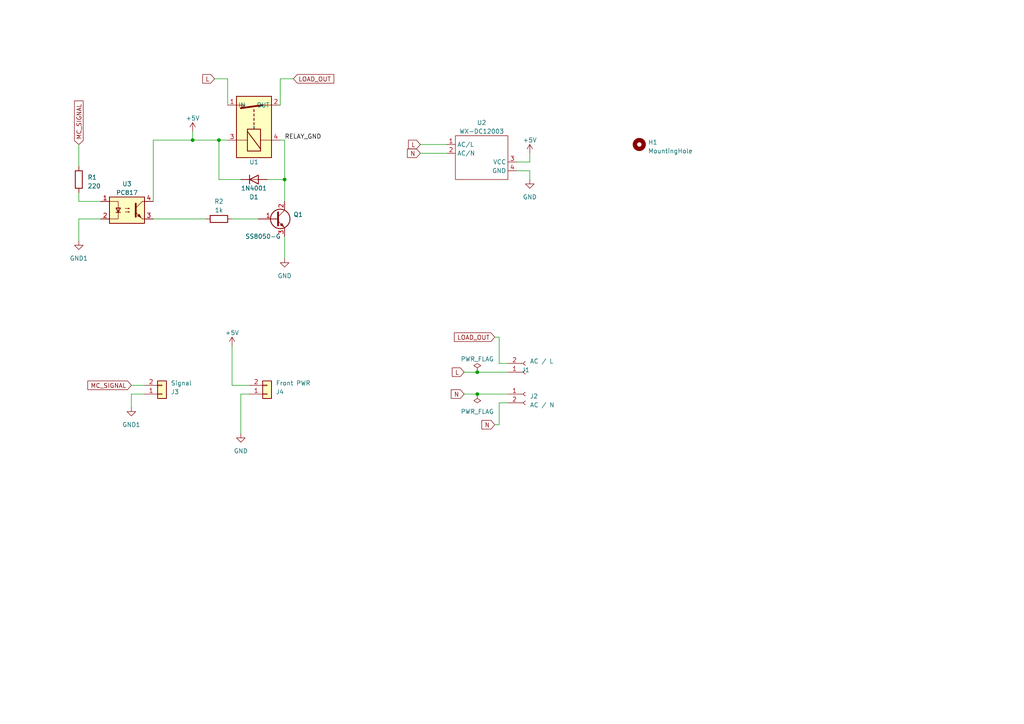
<source format=kicad_sch>
(kicad_sch (version 20230121) (generator eeschema)
  (paper "A4")
  (title_block (company "chof.org"))
  (lib_symbols
    (symbol "Chof747 Relays:BS6-5-AST-P"
      (property "Reference" "U" (at -1.27 -1.27 90))
      (symbol "BS6-5-AST-P_0_0"
        (polyline (pts (xy -6.35 -7.62) (xy -3.81 -7.62) (xy -4.445 -6.985) (xy -5.08 -7.62)))
      )
      (symbol "BS6-5-AST-P_0_1"
        (polyline (pts (xy -6.35 2.54) (xy -3.175 2.54)))
        (polyline (pts (xy -1.27 -5.715) (xy -1.27 -6.35)) (stroke (width 0.254)))
        (polyline (pts (xy -1.27 -4.445) (xy -1.27 -5.08)) (stroke (width 0.254)))
        (polyline (pts (xy -1.27 -3.175) (xy -1.27 -3.81)) (stroke (width 0.254)))
        (polyline (pts (xy -1.27 -1.905) (xy -1.27 -2.54)) (stroke (width 0.254)))
        (polyline (pts (xy -1.27 -0.635) (xy -1.27 -1.27)) (stroke (width 0.254)))
        (polyline (pts (xy 0.635 5.08) (xy -3.175 0)) (stroke (width 0.254)))
        (polyline (pts (xy 1.27 -7.62) (xy -5.08 -6.731)) (stroke (width 0.508)))
        (polyline (pts (xy 1.27 -7.62) (xy 3.81 -7.62)))
        (polyline (pts (xy 3.81 2.54) (xy 0.635 2.54)))
        (rectangle (start 0.635 -0.635) (end -3.175 5.715) (stroke (width 0.254)))
        (rectangle (start 3.81 -10.16) (end -6.35 7.62) (stroke (width 0.254)) (fill (type background)))
      )
      (symbol "BS6-5-AST-P_1_1"
        (pin passive line (at -8.89 -7.62 0) (length 2.54) (name "IN") (number "1"))
        (pin passive line (at 6.35 -7.62 180) (length 2.54) (name "OUT") (number "2"))
        (pin passive line (at -8.89 2.54 0) (length 2.54) (name "~") (number "3"))
        (pin passive line (at 6.35 2.54 180) (length 2.54) (name "~") (number "4"))
      )
    )
    (symbol "Chof747 Voltage Regulators:WX-DC12003"
      (property "Reference" "U" (at 0 8.89 0))
      (property "Value" "WX-DC12003" (at 0 -7.62 0))
      (symbol "WX-DC12003_0_1"
        (rectangle (start -7.62 6.35) (end 7.62 -6.35))
      )
      (symbol "WX-DC12003_1_1"
        (pin power_in line (at -10.16 3.81 0) (length 2.54) (name "AC/L") (number "1"))
        (pin power_in line (at -10.16 1.27 0) (length 2.54) (name "AC/N") (number "2"))
        (pin power_out line (at 10.16 -1.27 180) (length 2.54) (name "VCC") (number "3"))
        (pin power_out line (at 10.16 -3.81 180) (length 2.54) (name "GND") (number "4"))
      )
    )
    (symbol "Connector:Conn_01x02_Socket" (pin_names (offset 1.016) hide)
      (property "Reference" "J" (at 0 2.54 0))
      (property "Value" "Conn_01x02_Socket" (at 0 -5.08 0))
      (symbol "Conn_01x02_Socket_1_1"
        (arc (start 0 -2.032) (mid -0.5058 -2.54) (end 0 -3.048) (stroke (width 0.1524)))
        (polyline (pts (xy -1.27 -2.54) (xy -0.508 -2.54)) (stroke (width 0.1524)))
        (polyline (pts (xy -1.27 0) (xy -0.508 0)) (stroke (width 0.1524)))
        (arc (start 0 0.508) (mid -0.5058 0) (end 0 -0.508) (stroke (width 0.1524)))
        (pin passive line (at -5.08 0 0) (length 3.81) (name "Pin_1") (number "1"))
        (pin passive line (at -5.08 -2.54 0) (length 3.81) (name "Pin_2") (number "2"))
      )
    )
    (symbol "Connector_Generic:Conn_01x02" (pin_names (offset 1.016) hide)
      (property "Reference" "J" (at 0 2.54 0))
      (property "Value" "Conn_01x02" (at 0 -5.08 0))
      (symbol "Conn_01x02_1_1"
        (rectangle (start -1.27 -2.413) (end 0 -2.667) (stroke (width 0.1524)))
        (rectangle (start -1.27 0.127) (end 0 -0.127) (stroke (width 0.1524)))
        (rectangle (start -1.27 1.27) (end 1.27 -3.81) (stroke (width 0.254)) (fill (type background)))
        (pin passive line (at -5.08 0 0) (length 3.81) (name "Pin_1") (number "1"))
        (pin passive line (at -5.08 -2.54 0) (length 3.81) (name "Pin_2") (number "2"))
      )
    )
    (symbol "Device:Q_NPN_BCE" (pin_names (offset 0) hide)
      (property "Reference" "Q" (at 5.08 1.27 0))
      (property "Value" "Q_NPN_BCE" (at 5.08 -1.27 0))
      (symbol "Q_NPN_BCE_0_1"
        (polyline (pts (xy 0.635 0.635) (xy 2.54 2.54)))
        (polyline (pts (xy 0.635 -0.635) (xy 2.54 -2.54) (xy 2.54 -2.54)))
        (polyline (pts (xy 0.635 1.905) (xy 0.635 -1.905) (xy 0.635 -1.905)) (stroke (width 0.508)))
        (polyline (pts (xy 1.27 -1.778) (xy 1.778 -1.27) (xy 2.286 -2.286) (xy 1.27 -1.778) (xy 1.27 -1.778)) (fill (type outline)))
        (circle (center 1.27 0) (radius 2.8194) (stroke (width 0.254)))
      )
      (symbol "Q_NPN_BCE_1_1"
        (pin input line (at -5.08 0 0) (length 5.715) (name "B") (number "1"))
        (pin passive line (at 2.54 5.08 270) (length 2.54) (name "C") (number "2"))
        (pin passive line (at 2.54 -5.08 90) (length 2.54) (name "E") (number "3"))
      )
    )
    (symbol "Device:R" (pin_numbers hide) (pin_names (offset 0))
      (property "Reference" "R" (at 2.032 0 90))
      (property "Value" "R" (at 0 0 90))
      (symbol "R_0_1"
        (rectangle (start -1.016 -2.54) (end 1.016 2.54) (stroke (width 0.254)))
      )
      (symbol "R_1_1"
        (pin passive line (at 0 3.81 270) (length 1.27) (name "~") (number "1"))
        (pin passive line (at 0 -3.81 90) (length 1.27) (name "~") (number "2"))
      )
    )
    (symbol "Diode:1N4001" (pin_numbers hide) (pin_names hide)
      (property "Reference" "D" (at 0 2.54 0))
      (property "Value" "1N4001" (at 0 -2.54 0))
      (symbol "1N4001_0_1"
        (polyline (pts (xy -1.27 1.27) (xy -1.27 -1.27)) (stroke (width 0.254)))
        (polyline (pts (xy 1.27 0) (xy -1.27 0)))
        (polyline (pts (xy 1.27 1.27) (xy 1.27 -1.27) (xy -1.27 0) (xy 1.27 1.27)) (stroke (width 0.254)))
      )
      (symbol "1N4001_1_1"
        (pin passive line (at -3.81 0 0) (length 2.54) (name "K") (number "1"))
        (pin passive line (at 3.81 0 180) (length 2.54) (name "A") (number "2"))
      )
    )
    (symbol "Isolator:PC817" (pin_names (offset 1.016))
      (property "Reference" "U" (at -5.08 5.08 0))
      (property "Value" "PC817" (at 0 5.08 0))
      (symbol "PC817_0_1"
        (rectangle (start -5.08 3.81) (end 5.08 -3.81) (stroke (width 0.254)) (fill (type background)))
        (polyline (pts (xy -3.175 -0.635) (xy -1.905 -0.635)) (stroke (width 0.254)))
        (polyline (pts (xy 2.54 0.635) (xy 4.445 2.54)))
        (polyline (pts (xy 4.445 -2.54) (xy 2.54 -0.635)) (fill (type outline)))
        (polyline (pts (xy 4.445 -2.54) (xy 5.08 -2.54)))
        (polyline (pts (xy 4.445 2.54) (xy 5.08 2.54)))
        (polyline (pts (xy -5.08 2.54) (xy -2.54 2.54) (xy -2.54 -0.635)))
        (polyline (pts (xy -2.54 -0.635) (xy -2.54 -2.54) (xy -5.08 -2.54)))
        (polyline (pts (xy 2.54 1.905) (xy 2.54 -1.905) (xy 2.54 -1.905)) (stroke (width 0.508)))
        (polyline (pts (xy -2.54 -0.635) (xy -3.175 0.635) (xy -1.905 0.635) (xy -2.54 -0.635)) (stroke (width 0.254)))
        (polyline (pts (xy -0.508 -0.508) (xy 0.762 -0.508) (xy 0.381 -0.635) (xy 0.381 -0.381) (xy 0.762 -0.508)))
        (polyline (pts (xy -0.508 0.508) (xy 0.762 0.508) (xy 0.381 0.381) (xy 0.381 0.635) (xy 0.762 0.508)))
        (polyline (pts (xy 3.048 -1.651) (xy 3.556 -1.143) (xy 4.064 -2.159) (xy 3.048 -1.651) (xy 3.048 -1.651)) (fill (type outline)))
      )
      (symbol "PC817_1_1"
        (pin passive line (at -7.62 2.54 0) (length 2.54) (name "~") (number "1"))
        (pin passive line (at -7.62 -2.54 0) (length 2.54) (name "~") (number "2"))
        (pin passive line (at 7.62 -2.54 180) (length 2.54) (name "~") (number "3"))
        (pin passive line (at 7.62 2.54 180) (length 2.54) (name "~") (number "4"))
      )
    )
    (symbol "Mechanical:MountingHole" (pin_names (offset 1.016))
      (property "Reference" "H" (at 0 5.08 0))
      (property "Value" "MountingHole" (at 0 3.175 0))
      (symbol "MountingHole_0_1"
        (circle (center 0 0) (radius 1.27) (stroke (width 1.27)))
      )
    )
    (symbol "power:+5V" (power) (pin_names (offset 0))
      (property "Value" "+5V" (at 0 3.556 0))
      (symbol "+5V_0_1"
        (polyline (pts (xy -0.762 1.27) (xy 0 2.54)))
        (polyline (pts (xy 0 0) (xy 0 2.54)))
        (polyline (pts (xy 0 2.54) (xy 0.762 1.27)))
      )
      (symbol "+5V_1_1"
        (pin power_in line (at 0 0 90) (length 0) hide (name "+5V") (number "1"))
      )
    )
    (symbol "power:GND" (power) (pin_names (offset 0))
      (property "Value" "GND" (at 0 -3.81 0))
      (symbol "GND_0_1"
        (polyline (pts (xy 0 0) (xy 0 -1.27) (xy 1.27 -1.27) (xy 0 -2.54) (xy -1.27 -1.27) (xy 0 -1.27)))
      )
      (symbol "GND_1_1"
        (pin power_in line (at 0 0 270) (length 0) hide (name "GND") (number "1"))
      )
    )
    (symbol "power:GND1" (power) (pin_names (offset 0))
      (property "Value" "GND1" (at 0 -3.81 0))
      (symbol "GND1_0_1"
        (polyline (pts (xy 0 0) (xy 0 -1.27) (xy 1.27 -1.27) (xy 0 -2.54) (xy -1.27 -1.27) (xy 0 -1.27)))
      )
      (symbol "GND1_1_1"
        (pin power_in line (at 0 0 270) (length 0) hide (name "GND1") (number "1"))
      )
    )
    (symbol "power:PWR_FLAG" (power) (pin_numbers hide) (pin_names (offset 0) hide)
      (property "Value" "PWR_FLAG" (at 0 3.81 0))
      (symbol "PWR_FLAG_0_0"
        (pin power_out line (at 0 0 90) (length 0) (name "pwr") (number "1"))
      )
      (symbol "PWR_FLAG_0_1"
        (polyline (pts (xy 0 0) (xy 0 1.27) (xy -1.016 1.905) (xy 0 2.54) (xy 1.016 1.905) (xy 0 1.27)))
      )
    )
  )
  (junction (at 82.55 52.07))
  (junction (at 138.43 114.3))
  (junction (at 55.88 40.64))
  (junction (at 63.5 40.64))
  (junction (at 138.43 107.95))
  (wire (pts (xy 38.1 114.3) (xy 38.1 118.11)))
  (wire (pts (xy 44.45 40.64) (xy 44.45 58.42)))
  (wire (pts (xy 144.78 105.41) (xy 147.32 105.41)))
  (wire (pts (xy 149.86 46.99) (xy 153.67 46.99)))
  (wire (pts (xy 22.86 41.91) (xy 22.86 48.26)))
  (wire (pts (xy 77.47 52.07) (xy 82.55 52.07)))
  (wire (pts (xy 63.5 40.64) (xy 66.04 40.64)))
  (wire (pts (xy 81.28 30.48) (xy 81.28 22.86)))
  (wire (pts (xy 69.85 52.07) (xy 63.5 52.07)))
  (wire (pts (xy 38.1 114.3) (xy 41.91 114.3)))
  (wire (pts (xy 149.86 49.53) (xy 153.67 49.53)))
  (wire (pts (xy 153.67 49.53) (xy 153.67 52.07)))
  (wire (pts (xy 138.43 107.95) (xy 147.32 107.95)))
  (wire (pts (xy 134.62 107.95) (xy 138.43 107.95)))
  (wire (pts (xy 67.31 63.5) (xy 74.93 63.5)))
  (wire (pts (xy 81.28 40.64) (xy 82.55 40.64)))
  (wire (pts (xy 22.86 63.5) (xy 22.86 69.85)))
  (wire (pts (xy 67.31 111.76) (xy 72.39 111.76)))
  (wire (pts (xy 55.88 40.64) (xy 63.5 40.64)))
  (wire (pts (xy 44.45 63.5) (xy 59.69 63.5)))
  (wire (pts (xy 143.51 97.79) (xy 144.78 97.79)))
  (wire (pts (xy 29.21 63.5) (xy 22.86 63.5)))
  (wire (pts (xy 144.78 116.84) (xy 147.32 116.84)))
  (wire (pts (xy 153.67 46.99) (xy 153.67 44.45)))
  (wire (pts (xy 81.28 22.86) (xy 85.09 22.86)))
  (wire (pts (xy 134.62 114.3) (xy 138.43 114.3)))
  (wire (pts (xy 66.04 30.48) (xy 66.04 22.86)))
  (wire (pts (xy 138.43 114.3) (xy 147.32 114.3)))
  (wire (pts (xy 143.51 123.19) (xy 144.78 123.19)))
  (wire (pts (xy 55.88 40.64) (xy 44.45 40.64)))
  (wire (pts (xy 121.92 41.91) (xy 129.54 41.91)))
  (wire (pts (xy 82.55 40.64) (xy 82.55 52.07)))
  (wire (pts (xy 55.88 38.1) (xy 55.88 40.64)))
  (wire (pts (xy 144.78 123.19) (xy 144.78 116.84)))
  (wire (pts (xy 63.5 52.07) (xy 63.5 40.64)))
  (wire (pts (xy 69.85 114.3) (xy 72.39 114.3)))
  (wire (pts (xy 121.92 44.45) (xy 129.54 44.45)))
  (wire (pts (xy 38.1 111.76) (xy 41.91 111.76)))
  (wire (pts (xy 22.86 58.42) (xy 29.21 58.42)))
  (wire (pts (xy 144.78 97.79) (xy 144.78 105.41)))
  (wire (pts (xy 66.04 22.86) (xy 62.23 22.86)))
  (wire (pts (xy 22.86 55.88) (xy 22.86 58.42)))
  (wire (pts (xy 69.85 114.3) (xy 69.85 125.73)))
  (wire (pts (xy 82.55 68.58) (xy 82.55 74.93)))
  (wire (pts (xy 82.55 52.07) (xy 82.55 58.42)))
  (wire (pts (xy 67.31 100.33) (xy 67.31 111.76)))
  (label "RELAY_GND" (at 82.55 40.64 0))
  (global_label "N" (shape input) (at 121.92 44.45 180) (property "Intersheetrefs" "${INTERSHEET_REFS}" (effects hide)))
  (global_label "L" (shape input) (at 121.92 41.91 180) (property "Intersheetrefs" "${INTERSHEET_REFS}" (effects hide)))
  (global_label "LOAD_OUT" (shape input) (at 85.09 22.86 0) (property "Intersheetrefs" "${INTERSHEET_REFS}" (effects hide)))
  (global_label "N" (shape input) (at 143.51 123.19 180) (property "Intersheetrefs" "${INTERSHEET_REFS}" (effects hide)))
  (global_label "MC_SIGNAL" (shape input) (at 22.86 41.91 90) (property "Intersheetrefs" "${INTERSHEET_REFS}" (effects hide)))
  (global_label "LOAD_OUT" (shape input) (at 143.51 97.79 180) (property "Intersheetrefs" "${INTERSHEET_REFS}" (effects hide)))
  (global_label "MC_SIGNAL" (shape input) (at 38.1 111.76 180) (property "Intersheetrefs" "${INTERSHEET_REFS}" (effects hide)))
  (global_label "L" (shape input) (at 134.62 107.95 180) (property "Intersheetrefs" "${INTERSHEET_REFS}" (effects hide)))
  (global_label "N" (shape input) (at 134.62 114.3 180) (property "Intersheetrefs" "${INTERSHEET_REFS}" (effects hide)))
  (global_label "L" (shape input) (at 62.23 22.86 180) (property "Intersheetrefs" "${INTERSHEET_REFS}" (effects hide)))
  (symbol (lib_id "Device:R") (at 22.86 52.07 0) (unit 1)
    (property "Reference" "R1" (at 25.4 51.435 0) (effects (justify left)))
    (property "Value" "220" (at 25.4 53.975 0) (effects (justify left)))
    (property "Footprint" "Resistor_SMD:R_0603_1608Metric_Pad0.98x0.95mm_HandSolder" (effects hide))
  )
  (symbol (lib_id "power:PWR_FLAG") (at 138.43 107.95 0) (unit 1)
    (property "Reference" "#FLG01" (effects hide))
    (property "Value" "PWR_FLAG" (at 138.43 104.14 0))
  )
  (symbol (lib_id "Connector:Conn_01x02_Socket") (at 152.4 114.3 0) (unit 1)
    (property "Reference" "J2" (at 153.67 114.935 0) (effects (justify left)))
    (property "Value" "AC / N" (at 153.67 117.475 0) (effects (justify left)))
    (property "Footprint" "TerminalBlock:TerminalBlock_bornier-2_P5.08mm" (effects hide))
  )
  (symbol (lib_id "power:GND") (at 153.67 52.07 0) (unit 1)
    (property "Reference" "#PWR04" (effects hide))
    (property "Value" "GND" (at 153.67 57.15 0))
  )
  (symbol (lib_id "power:GND1") (at 22.86 69.85 0) (unit 1)
    (property "Reference" "#PWR05" (effects hide))
    (property "Value" "GND1" (at 22.86 74.93 0))
  )
  (symbol (lib_id "Connector:Conn_01x02_Socket") (at 152.4 107.95 0) (mirror x) (unit 1)
    (property "Reference" "J1" (at 153.67 107.315 0) (effects (justify right)))
    (property "Value" "AC / L" (at 153.67 104.775 0) (effects (justify left)))
    (property "Footprint" "Chof747 Footprints:TerminalBlock_2_P10.16mm" (effects hide))
  )
  (symbol (lib_id "power:GND") (at 82.55 74.93 0) (unit 1)
    (property "Reference" "#PWR03" (effects hide))
    (property "Value" "GND" (at 82.55 80.01 0))
  )
  (symbol (lib_id "Chof747 Relays:BS6-5-AST-P") (at 74.93 38.1 0) (mirror x) (unit 1)
    (property "Reference" "U1" (at 73.66 46.99 0))
    (property "Value" "~" (at 73.66 36.83 90))
    (property "Footprint" "Chof747 Footprints:BS6-5-AST-P" (effects hide))
  )
  (symbol (lib_id "Device:R") (at 63.5 63.5 90) (unit 1)
    (property "Reference" "R2" (at 63.5 58.42 90))
    (property "Value" "1k" (at 63.5 60.96 90))
    (property "Footprint" "Resistor_SMD:R_0603_1608Metric_Pad0.98x0.95mm_HandSolder" (effects hide))
  )
  (symbol (lib_id "Isolator:PC817") (at 36.83 60.96 0) (unit 1)
    (property "Reference" "U3" (at 36.83 53.34 0))
    (property "Value" "PC817" (at 36.83 55.88 0))
    (property "Footprint" "Chof747 Footprints:SOP-4_6.7x4.1mm_P2.54mm" (effects hide))
    (property "Datasheet" "http://www.soselectronic.cz/a_info/resource/d/pc817.pdf" (effects hide))
  )
  (symbol (lib_id "power:GND1") (at 38.1 118.11 0) (unit 1)
    (property "Reference" "#PWR06" (effects hide))
    (property "Value" "GND1" (at 38.1 123.19 0))
  )
  (symbol (lib_id "Mechanical:MountingHole") (at 185.42 41.91 0) (unit 1)
    (property "Reference" "H1" (at 187.96 41.275 0) (effects (justify left)))
    (property "Value" "MountingHole" (at 187.96 43.815 0) (effects (justify left)))
    (property "Footprint" "MountingHole:MountingHole_3.2mm_M3" (effects hide))
  )
  (symbol (lib_id "Connector_Generic:Conn_01x02") (at 46.99 114.3 0) (mirror x) (unit 1)
    (property "Reference" "J3" (at 49.53 113.665 0) (effects (justify left)))
    (property "Value" "Signal" (at 49.53 111.125 0) (effects (justify left)))
    (property "Footprint" "Connector_PinSocket_2.54mm:PinSocket_1x02_P2.54mm_Vertical_SMD_Pin1Right" (effects hide))
  )
  (symbol (lib_id "power:+5V") (at 153.67 44.45 0) (unit 1)
    (property "Reference" "#PWR01" (effects hide))
    (property "Value" "+5V" (at 153.67 40.64 0))
  )
  (symbol (lib_id "Chof747 Voltage Regulators:WX-DC12003") (at 139.7 45.72 0) (unit 1)
    (property "Reference" "U2" (at 139.7 35.56 0))
    (property "Value" "WX-DC12003" (at 139.7 38.1 0))
    (property "Footprint" "Chof747 Footprints:WX-DC12003" (effects hide))
  )
  (symbol (lib_id "power:PWR_FLAG") (at 138.43 114.3 180) (unit 1)
    (property "Reference" "#FLG02" (effects hide))
    (property "Value" "PWR_FLAG" (at 138.43 119.38 0))
  )
  (symbol (lib_id "power:+5V") (at 67.31 100.33 0) (unit 1)
    (property "Reference" "#PWR07" (effects hide))
    (property "Value" "+5V" (at 67.31 96.52 0))
  )
  (symbol (lib_id "Connector_Generic:Conn_01x02") (at 77.47 114.3 0) (mirror x) (unit 1)
    (property "Reference" "J4" (at 80.01 113.665 0) (effects (justify left)))
    (property "Value" "Front PWR" (at 80.01 111.125 0) (effects (justify left)))
    (property "Footprint" "Connector_PinSocket_2.54mm:PinSocket_1x02_P2.54mm_Vertical_SMD_Pin1Right" (effects hide))
  )
  (symbol (lib_id "Diode:1N4001") (at 73.66 52.07 0) (mirror x) (unit 1)
    (property "Reference" "D1" (at 73.66 57.15 0))
    (property "Value" "1N4001" (at 73.66 54.61 0))
    (property "Footprint" "Diode_SMD:D_SOD-123F" (effects hide))
    (property "Datasheet" "http://www.vishay.com/docs/88503/1n4001.pdf" (effects hide))
    (property "Sim.Device" "D" (effects hide))
    (property "Sim.Pins" "1=K 2=A" (effects hide))
  )
  (symbol (lib_id "power:GND") (at 69.85 125.73 0) (unit 1)
    (property "Reference" "#PWR08" (effects hide))
    (property "Value" "GND" (at 69.85 130.81 0))
  )
  (symbol (lib_id "power:+5V") (at 55.88 38.1 0) (unit 1)
    (property "Reference" "#PWR02" (effects hide))
    (property "Value" "+5V" (at 55.88 34.29 0))
  )
  (symbol (lib_id "Device:Q_NPN_BCE") (at 80.01 63.5 0) (unit 1)
    (property "Reference" "Q1" (at 85.09 62.2299 0) (effects (justify left)))
    (property "Value" "SS8050-G" (at 71.12 68.58 0) (effects (justify left)))
    (property "Footprint" "Package_TO_SOT_SMD:SOT-23" (effects hide))
  )
)
</source>
